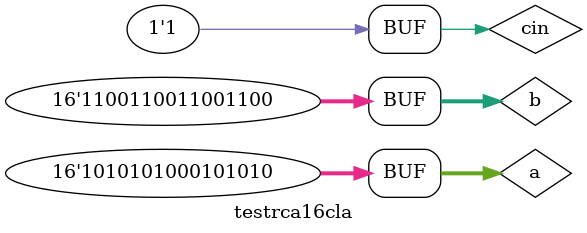
<source format=v>
`timescale 1ns / 1ps


module testrca16cla;

	// Inputs
	reg [15:0] a;
	reg [15:0] b;
	reg cin;

	// Outputs
	wire [15:0] s;
	wire cout;

	// Instantiate the Unit Under Test (UUT)
	rca16cla uut (
		.a(a), 
		.b(b), 
		.cin(cin), 
		.s(s), 
		.cout(cout)
	);

	initial begin
		// Initialize Inputs
	a = 16'b1010101000101010;		b = 16'b1100110011001100;		cin = 1;

		// Wait 100 ns for global reset to finish
		#100;
        
		// Add stimulus here

	end
      
endmodule


</source>
